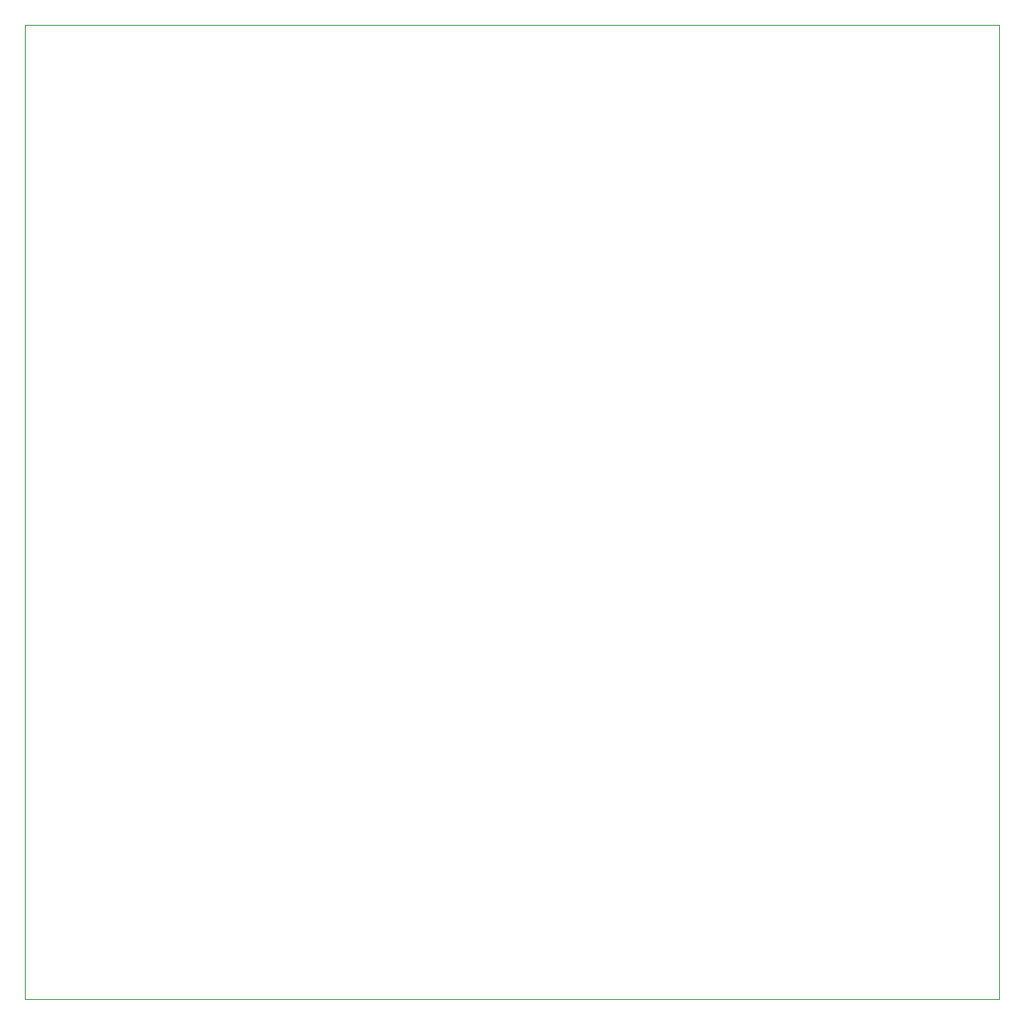
<source format=gbr>
G04 #@! TF.GenerationSoftware,KiCad,Pcbnew,(5.1.5-0-10_14)*
G04 #@! TF.CreationDate,2021-03-15T05:56:55+10:00*
G04 #@! TF.ProjectId,OH - Left Console - Input Distribution,4f48202d-204c-4656-9674-20436f6e736f,rev?*
G04 #@! TF.SameCoordinates,Original*
G04 #@! TF.FileFunction,Profile,NP*
%FSLAX46Y46*%
G04 Gerber Fmt 4.6, Leading zero omitted, Abs format (unit mm)*
G04 Created by KiCad (PCBNEW (5.1.5-0-10_14)) date 2021-03-15 05:56:55*
%MOMM*%
%LPD*%
G04 APERTURE LIST*
%ADD10C,0.050000*%
G04 APERTURE END LIST*
D10*
X129921000Y-36957000D02*
X129921000Y-136398000D01*
X229362000Y-136398000D02*
X129921000Y-136398000D01*
X229362000Y-36957000D02*
X229362000Y-136398000D01*
X129921000Y-36957000D02*
X229362000Y-36957000D01*
M02*

</source>
